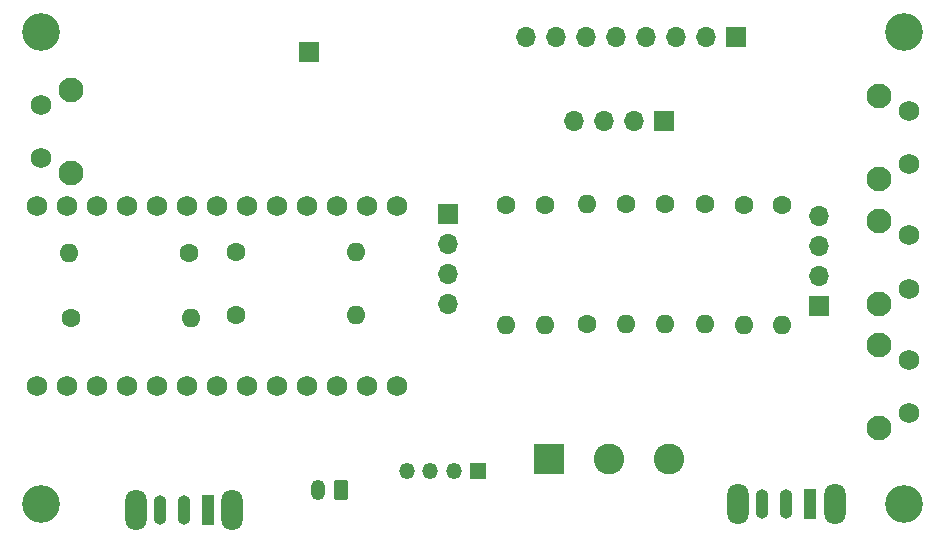
<source format=gbr>
%TF.GenerationSoftware,KiCad,Pcbnew,8.0.6-8.0.6-0~ubuntu24.04.1*%
%TF.CreationDate,2026-02-19T00:00:46-05:00*%
%TF.ProjectId,rook,726f6f6b-2e6b-4696-9361-645f70636258,rev?*%
%TF.SameCoordinates,Original*%
%TF.FileFunction,Soldermask,Bot*%
%TF.FilePolarity,Negative*%
%FSLAX46Y46*%
G04 Gerber Fmt 4.6, Leading zero omitted, Abs format (unit mm)*
G04 Created by KiCad (PCBNEW 8.0.6-8.0.6-0~ubuntu24.04.1) date 2026-02-19 00:00:46*
%MOMM*%
%LPD*%
G01*
G04 APERTURE LIST*
G04 Aperture macros list*
%AMRoundRect*
0 Rectangle with rounded corners*
0 $1 Rounding radius*
0 $2 $3 $4 $5 $6 $7 $8 $9 X,Y pos of 4 corners*
0 Add a 4 corners polygon primitive as box body*
4,1,4,$2,$3,$4,$5,$6,$7,$8,$9,$2,$3,0*
0 Add four circle primitives for the rounded corners*
1,1,$1+$1,$2,$3*
1,1,$1+$1,$4,$5*
1,1,$1+$1,$6,$7*
1,1,$1+$1,$8,$9*
0 Add four rect primitives between the rounded corners*
20,1,$1+$1,$2,$3,$4,$5,0*
20,1,$1+$1,$4,$5,$6,$7,0*
20,1,$1+$1,$6,$7,$8,$9,0*
20,1,$1+$1,$8,$9,$2,$3,0*%
G04 Aperture macros list end*
%ADD10O,1.200000X1.750000*%
%ADD11RoundRect,0.250000X0.350000X0.625000X-0.350000X0.625000X-0.350000X-0.625000X0.350000X-0.625000X0*%
%ADD12R,1.700000X1.700000*%
%ADD13O,1.700000X1.700000*%
%ADD14C,1.752600*%
%ADD15O,1.600000X1.600000*%
%ADD16C,1.600000*%
%ADD17C,2.100000*%
%ADD18C,1.750000*%
%ADD19C,3.200000*%
%ADD20O,1.800000X3.500000*%
%ADD21R,1.100000X2.500000*%
%ADD22O,1.100000X2.500000*%
%ADD23O,1.350000X1.350000*%
%ADD24R,1.350000X1.350000*%
%ADD25R,2.600000X2.600000*%
%ADD26C,2.600000*%
G04 APERTURE END LIST*
D10*
%TO.C,J1*%
X23400000Y-38750000D03*
D11*
X25400000Y-38750000D03*
%TD*%
D12*
%TO.C,U5*%
X58840000Y-400000D03*
D13*
X56300000Y-400000D03*
X53760000Y-400000D03*
X51220000Y-400000D03*
X48680000Y-400000D03*
X46140000Y-400000D03*
X43600000Y-400000D03*
X41060000Y-400000D03*
%TD*%
D14*
%TO.C,U2*%
X-360000Y-29990000D03*
X-360000Y-14750000D03*
X2180000Y-14750000D03*
X4720000Y-14750000D03*
X7260000Y-14750000D03*
X9800000Y-14750000D03*
X12340000Y-14750000D03*
X14880000Y-14750000D03*
X17420000Y-14750000D03*
X19960000Y-14750000D03*
X22500000Y-14750000D03*
X25040000Y-14750000D03*
X27580000Y-14750000D03*
X30120000Y-14750000D03*
X30120000Y-29990000D03*
X27580000Y-29990000D03*
X25040000Y-29990000D03*
X22500000Y-29990000D03*
X19960000Y-29990000D03*
X17420000Y-29990000D03*
X14880000Y-29990000D03*
X12340000Y-29990000D03*
X9800000Y-29990000D03*
X7260000Y-29990000D03*
X4720000Y-29990000D03*
X2180000Y-29990000D03*
%TD*%
D15*
%TO.C,R10*%
X46200000Y-14545000D03*
D16*
X46200000Y-24705000D03*
%TD*%
D17*
%TO.C,B3*%
X70935000Y-26537500D03*
X70935000Y-33547500D03*
D18*
X73425000Y-27787500D03*
X73425000Y-32287500D03*
%TD*%
D17*
%TO.C,B1*%
X70935000Y-5412500D03*
X70935000Y-12422500D03*
D18*
X73425000Y-6662500D03*
X73425000Y-11162500D03*
%TD*%
D19*
%TO.C,H4*%
X0Y-40000000D03*
%TD*%
D15*
%TO.C,R13*%
X56142860Y-24705000D03*
D16*
X56142860Y-14545000D03*
%TD*%
D17*
%TO.C,B2*%
X70935000Y-15975000D03*
X70935000Y-22985000D03*
D18*
X73425000Y-17225000D03*
X73425000Y-21725000D03*
%TD*%
D15*
%TO.C,R21*%
X62700000Y-24790000D03*
D16*
X62700000Y-14630000D03*
%TD*%
D20*
%TO.C,TFT_BL1*%
X58950000Y-40000000D03*
X67150000Y-40000000D03*
D21*
X65050000Y-40000000D03*
D22*
X63050000Y-40000000D03*
X61050000Y-40000000D03*
%TD*%
D12*
%TO.C,J11*%
X34400000Y-15380000D03*
D13*
X34400000Y-17920000D03*
X34400000Y-20460000D03*
X34400000Y-23000000D03*
%TD*%
D16*
%TO.C,R1*%
X12530000Y-18707145D03*
D15*
X2370000Y-18707145D03*
%TD*%
D19*
%TO.C,H1*%
X0Y0D03*
%TD*%
D15*
%TO.C,R23*%
X59450000Y-24780000D03*
D16*
X59450000Y-14620000D03*
%TD*%
D12*
%TO.C,J3*%
X52700000Y-7525000D03*
D13*
X50160000Y-7525000D03*
X47620000Y-7525000D03*
X45080000Y-7525000D03*
%TD*%
D15*
%TO.C,R3*%
X39350000Y-24800000D03*
D16*
X39350000Y-14640000D03*
%TD*%
%TO.C,R2*%
X2500000Y-24200000D03*
D15*
X12660000Y-24200000D03*
%TD*%
D23*
%TO.C,U4*%
X30925000Y-37175000D03*
X32925000Y-37175000D03*
X34925000Y-37175000D03*
D24*
X36925000Y-37175000D03*
%TD*%
D19*
%TO.C,H2*%
X73000000Y0D03*
%TD*%
D15*
%TO.C,R11*%
X52828570Y-24705000D03*
D16*
X52828570Y-14545000D03*
%TD*%
D19*
%TO.C,H3*%
X73000000Y-40000000D03*
%TD*%
D16*
%TO.C,R19*%
X16440000Y-23950000D03*
D15*
X26600000Y-23950000D03*
%TD*%
D22*
%TO.C,J8*%
X10075000Y-40500000D03*
X12075000Y-40500000D03*
D21*
X14075000Y-40500000D03*
D20*
X16175000Y-40500000D03*
X7975000Y-40500000D03*
%TD*%
D25*
%TO.C,J7*%
X42975000Y-36175000D03*
D26*
X48055000Y-36175000D03*
X53135000Y-36175000D03*
%TD*%
D17*
%TO.C,RESET1*%
X2490000Y-11950000D03*
X2490000Y-4940000D03*
D18*
X0Y-10700000D03*
X0Y-6200000D03*
%TD*%
D12*
%TO.C,J4*%
X22640000Y-1670000D03*
%TD*%
D15*
%TO.C,R12*%
X49514285Y-24705000D03*
D16*
X49514285Y-14545000D03*
%TD*%
D15*
%TO.C,R14*%
X26660000Y-18650000D03*
D16*
X16500000Y-18650000D03*
%TD*%
D15*
%TO.C,R4*%
X42664285Y-24800000D03*
D16*
X42664285Y-14640000D03*
%TD*%
D12*
%TO.C,J2*%
X65800000Y-23162500D03*
D13*
X65800000Y-20622500D03*
X65800000Y-18082500D03*
X65800000Y-15542500D03*
%TD*%
M02*

</source>
